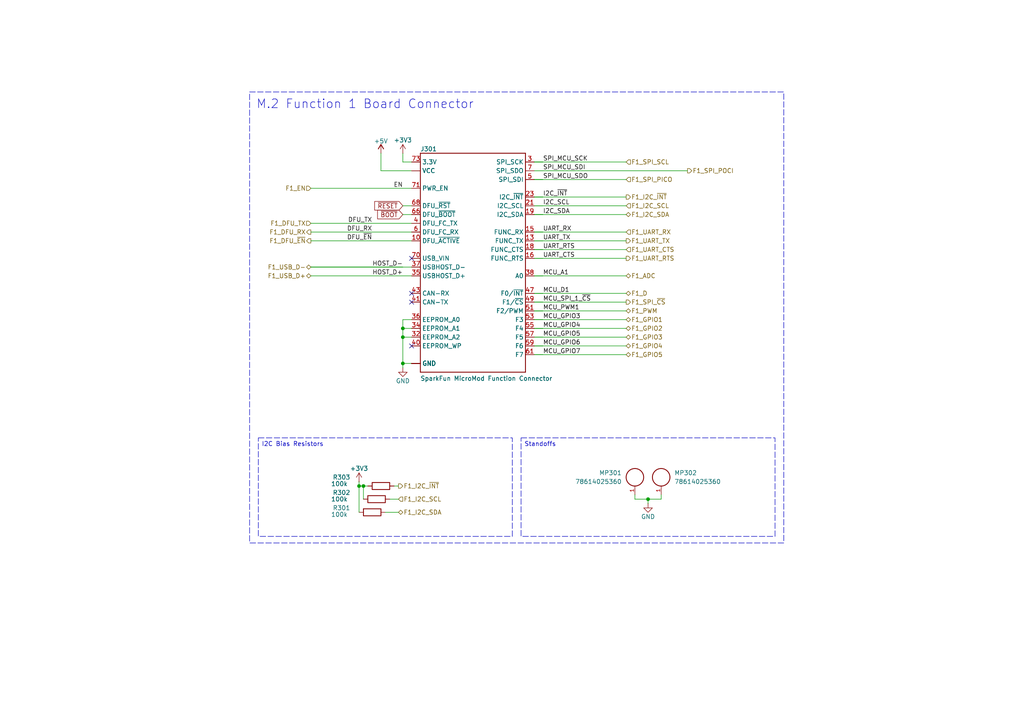
<source format=kicad_sch>
(kicad_sch (version 20231120) (generator "eeschema") (generator_version "8.0")
  (paper "A4")
  (title_block (title "bac MCU MicroMod Main Board Dual Function Single bacBus v1") (date "2025-02-12") (rev "1") (company "Build a CubeSat") (comment 1 "Manuel Imboden") (comment 2 "CC BY-SA 4.0") (comment 3 "https://buildacubesat.space"))
  (lib_symbols
    (symbol "Device:R" (pin_numbers hide) (pin_names (offset 0))
      (property "Reference" "R" (at 2.032 0 90))
      (property "Value" "R" (at 0 0 90))
      (symbol "R_0_1"
        (rectangle (start -1.016 -2.54) (end 1.016 2.54) (stroke (width 0.254)))
      )
      (symbol "R_1_1"
        (pin passive line (at 0 3.81 270) (length 1.27) (name "~") (number "1"))
        (pin passive line (at 0 -3.81 90) (length 1.27) (name "~") (number "2"))
      )
    )
    (symbol "SparkFun_Main_Board_Double_v22-eagle-import:VCC" (power)
      (symbol "VCC_1_0"
        (polyline (pts (xy 0 2.54) (xy -0.762 1.27)) (stroke (width 0.254)))
        (polyline (pts (xy 0.762 1.27) (xy 0 2.54)) (stroke (width 0.254)))
        (pin power_in line (at 0 0 90) (length 2.54) (name "VCC") (number "1"))
      )
    )
    (symbol "bac MicroMod Main Board v1:SparkFun MicroMod Function Connector"
      (symbol "SparkFun MicroMod Function Connector_1_0"
        (polyline (pts (xy -15.24 -35.56) (xy -15.24 27.94)) (stroke (width 0.254)))
        (polyline (pts (xy -15.24 27.94) (xy 15.24 27.94)) (stroke (width 0.254)))
        (polyline (pts (xy 15.24 -35.56) (xy -15.24 -35.56)) (stroke (width 0.254)))
        (polyline (pts (xy 15.24 27.94) (xy 15.24 -35.56)) (stroke (width 0.254)))
        (pin bidirectional line (at -17.78 -33.02 0) (length 2.54) (name "GND") (number "1"))
        (pin bidirectional line (at -17.78 2.54 0) (length 2.54) (name "DFU_~{ACTIVE}") (number "10"))
        (pin bidirectional line (at 17.78 2.54 180) (length 2.54) (name "FUNC_TX") (number "13"))
        (pin bidirectional line (at 17.78 5.08 180) (length 2.54) (name "FUNC_RX") (number "15"))
        (pin bidirectional line (at 17.78 -2.54 180) (length 2.54) (name "FUNC_RTS") (number "16"))
        (pin bidirectional line (at 17.78 0 180) (length 2.54) (name "FUNC_CTS") (number "18"))
        (pin bidirectional line (at 17.78 10.16 180) (length 2.54) (name "I2C_SDA") (number "19"))
        (pin bidirectional line (at -17.78 -33.02 0) (length 2.54) (name "GND") (number "2"))
        (pin bidirectional line (at 17.78 12.7 180) (length 2.54) (name "I2C_SCL") (number "21"))
        (pin bidirectional line (at 17.78 15.24 180) (length 2.54) (name "I2C_~{INT}") (number "23"))
        (pin bidirectional line (at 17.78 25.4 180) (length 2.54) (name "SPI_SCK") (number "3"))
        (pin bidirectional line (at -17.78 -25.4 0) (length 2.54) (name "EEPROM_A2") (number "32"))
        (pin bidirectional line (at -17.78 -33.02 0) (length 2.54) (name "GND") (number "33"))
        (pin bidirectional line (at -17.78 -22.86 0) (length 2.54) (name "EEPROM_A1") (number "34"))
        (pin bidirectional line (at -17.78 -7.62 0) (length 2.54) (name "USBHOST_D+") (number "35"))
        (pin bidirectional line (at -17.78 -20.32 0) (length 2.54) (name "EEPROM_A0") (number "36"))
        (pin bidirectional line (at -17.78 -5.08 0) (length 2.54) (name "USBHOST_D-") (number "37"))
        (pin bidirectional line (at 17.78 -7.62 180) (length 2.54) (name "A0") (number "38"))
        (pin bidirectional line (at -17.78 -33.02 0) (length 2.54) (name "GND") (number "39"))
        (pin bidirectional line (at -17.78 7.62 0) (length 2.54) (name "DFU_FC_TX") (number "4"))
        (pin bidirectional line (at -17.78 -27.94 0) (length 2.54) (name "EEPROM_WP") (number "40"))
        (pin bidirectional line (at -17.78 -15.24 0) (length 2.54) (name "CAN-TX") (number "41"))
        (pin bidirectional line (at -17.78 -12.7 0) (length 2.54) (name "CAN-RX") (number "43"))
        (pin bidirectional line (at -17.78 -33.02 0) (length 2.54) (name "GND") (number "45"))
        (pin bidirectional line (at 17.78 -12.7 180) (length 2.54) (name "F0/~{INT}") (number "47"))
        (pin bidirectional line (at 17.78 -15.24 180) (length 2.54) (name "F1/~{CS}") (number "49"))
        (pin bidirectional line (at 17.78 20.32 180) (length 2.54) (name "SPI_SDI") (number "5"))
        (pin bidirectional line (at 17.78 -17.78 180) (length 2.54) (name "F2/PWM") (number "51"))
        (pin bidirectional line (at 17.78 -20.32 180) (length 2.54) (name "F3") (number "53"))
        (pin bidirectional line (at 17.78 -22.86 180) (length 2.54) (name "F4") (number "55"))
        (pin bidirectional line (at 17.78 -25.4 180) (length 2.54) (name "F5") (number "57"))
        (pin bidirectional line (at 17.78 -27.94 180) (length 2.54) (name "F6") (number "59"))
        (pin bidirectional line (at -17.78 5.08 0) (length 2.54) (name "DFU_FC_RX") (number "6"))
        (pin bidirectional line (at 17.78 -30.48 180) (length 2.54) (name "F7") (number "61"))
        (pin bidirectional line (at -17.78 10.16 0) (length 2.54) (name "DFU_~{BOOT}") (number "66"))
        (pin bidirectional line (at -17.78 12.7 0) (length 2.54) (name "DFU_~{RST}") (number "68"))
        (pin bidirectional line (at 17.78 22.86 180) (length 2.54) (name "SPI_SDO") (number "7"))
        (pin bidirectional line (at -17.78 -2.54 0) (length 2.54) (name "USB_VIN") (number "70"))
        (pin bidirectional line (at -17.78 17.78 0) (length 2.54) (name "PWR_EN") (number "71"))
        (pin bidirectional line (at -17.78 22.86 0) (length 2.54) (name "VCC") (number "72"))
        (pin bidirectional line (at -17.78 25.4 0) (length 2.54) (name "3.3V") (number "73"))
        (pin bidirectional line (at -17.78 22.86 0) (length 2.54) (name "VCC") (number "74"))
        (pin bidirectional line (at -17.78 -33.02 0) (length 2.54) (name "GND") (number "75"))
        (pin bidirectional line (at -17.78 -33.02 0) (length 2.54) (name "GND") (number "8"))
      )
    )
    (symbol "bac MicroMod Main Board v1:WE 9774025243R" (pin_names (offset 1.016))
      (property "Reference" "MP" (at 0 3.556 0))
      (property "Value" "WE-9774025243R" (at -9.144 -4.826 0))
      (symbol "WE 9774025243R_0_0"
        (circle (center 0 0) (radius 2.54) (stroke (width 0.254)))
        (pin passive line (at -5.08 0 0) (length 2.54) (name "~") (number "1"))
      )
    )
    (symbol "power:+3.3V" (power) (pin_numbers hide) (pin_names (offset 0) hide)
      (property "Value" "+3.3V" (at 0 3.556 0))
      (symbol "+3.3V_0_1"
        (polyline (pts (xy -0.762 1.27) (xy 0 2.54)))
        (polyline (pts (xy 0 0) (xy 0 2.54)))
        (polyline (pts (xy 0 2.54) (xy 0.762 1.27)))
      )
      (symbol "+3.3V_1_1"
        (pin power_in line (at 0 0 90) (length 0) (name "~") (number "1"))
      )
    )
    (symbol "power:GND" (power) (pin_numbers hide) (pin_names (offset 0) hide)
      (property "Value" "GND" (at 0 -3.81 0))
      (symbol "GND_0_1"
        (polyline (pts (xy 0 0) (xy 0 -1.27) (xy 1.27 -1.27) (xy 0 -2.54) (xy -1.27 -1.27) (xy 0 -1.27)))
      )
      (symbol "GND_1_1"
        (pin power_in line (at 0 0 270) (length 0) (name "~") (number "1"))
      )
    )
  )
  (junction (at 116.84 97.79))
  (junction (at 116.84 95.25))
  (junction (at 116.84 105.41))
  (junction (at 105.41 140.97))
  (junction (at 104.14 140.97))
  (junction (at 187.96 144.78))
  (no_connect (at 119.38 85.09))
  (no_connect (at 119.38 100.33))
  (no_connect (at 119.38 74.93))
  (no_connect (at 119.38 87.63))
  (wire (pts (xy 184.15 143.51) (xy 184.15 144.78)))
  (wire (pts (xy 116.84 62.23) (xy 119.38 62.23)))
  (wire (pts (xy 191.77 143.51) (xy 191.77 144.78)))
  (wire (pts (xy 154.94 80.01) (xy 181.61 80.01)))
  (wire (pts (xy 184.15 144.78) (xy 187.96 144.78)))
  (wire (pts (xy 154.94 67.31) (xy 157.48 67.31)) (stroke (width 0.1524)))
  (wire (pts (xy 154.94 74.93) (xy 157.48 74.93)) (stroke (width 0.1524)))
  (wire (pts (xy 154.94 74.93) (xy 181.61 74.93)))
  (wire (pts (xy 90.17 64.77) (xy 119.38 64.77)) (stroke (width 0.1524)))
  (wire (pts (xy 154.94 62.23) (xy 181.61 62.23)))
  (wire (pts (xy 187.96 144.78) (xy 187.96 146.05)))
  (wire (pts (xy 119.38 54.61) (xy 116.84 54.61)) (stroke (width 0.1524)))
  (wire (pts (xy 115.57 140.97) (xy 114.3 140.97)))
  (wire (pts (xy 119.38 92.71) (xy 116.84 92.71)) (stroke (width 0.1524)))
  (wire (pts (xy 154.94 59.69) (xy 157.48 59.69)) (stroke (width 0.1524)))
  (wire (pts (xy 154.94 69.85) (xy 181.61 69.85)))
  (wire (pts (xy 154.94 97.79) (xy 157.48 97.79)) (stroke (width 0.1524)))
  (wire (pts (xy 119.38 46.99) (xy 116.84 46.99)) (stroke (width 0.1524)))
  (wire (pts (xy 154.94 95.25) (xy 157.48 95.25)) (stroke (width 0.1524)))
  (wire (pts (xy 104.14 140.97) (xy 104.14 148.59)))
  (wire (pts (xy 154.94 49.53) (xy 199.39 49.53)))
  (wire (pts (xy 154.94 92.71) (xy 181.61 92.71)))
  (wire (pts (xy 154.94 90.17) (xy 181.61 90.17)))
  (wire (pts (xy 154.94 46.99) (xy 157.48 46.99)) (stroke (width 0.1524)))
  (wire (pts (xy 105.41 140.97) (xy 106.68 140.97)))
  (wire (pts (xy 154.94 67.31) (xy 181.61 67.31)))
  (wire (pts (xy 154.94 102.87) (xy 157.48 102.87)) (stroke (width 0.1524)))
  (wire (pts (xy 116.84 59.69) (xy 119.38 59.69)))
  (wire (pts (xy 154.94 52.07) (xy 181.61 52.07)))
  (wire (pts (xy 154.94 85.09) (xy 157.48 85.09)) (stroke (width 0.1524)))
  (wire (pts (xy 90.17 77.47) (xy 116.84 77.47)))
  (wire (pts (xy 90.17 80.01) (xy 119.38 80.01)) (stroke (width 0.1524)))
  (wire (pts (xy 187.96 144.78) (xy 191.77 144.78)))
  (wire (pts (xy 115.57 144.78) (xy 113.03 144.78)))
  (wire (pts (xy 116.84 92.71) (xy 116.84 95.25)) (stroke (width 0.1524)))
  (wire (pts (xy 116.84 105.41) (xy 116.84 106.68)) (stroke (width 0.1524)))
  (wire (pts (xy 154.94 57.15) (xy 181.61 57.15)))
  (wire (pts (xy 154.94 100.33) (xy 181.61 100.33)))
  (wire (pts (xy 154.94 95.25) (xy 181.61 95.25)))
  (wire (pts (xy 119.38 49.53) (xy 110.49 49.53)) (stroke (width 0.1524)))
  (wire (pts (xy 154.94 72.39) (xy 181.61 72.39)))
  (wire (pts (xy 119.38 105.41) (xy 116.84 105.41)) (stroke (width 0.1524)))
  (wire (pts (xy 154.94 62.23) (xy 157.48 62.23)) (stroke (width 0.1524)))
  (wire (pts (xy 154.94 57.15) (xy 157.48 57.15)) (stroke (width 0.1524)))
  (wire (pts (xy 104.14 139.7) (xy 104.14 140.97)))
  (wire (pts (xy 90.17 54.61) (xy 116.84 54.61)))
  (wire (pts (xy 154.94 90.17) (xy 157.48 90.17)) (stroke (width 0.1524)))
  (wire (pts (xy 154.94 52.07) (xy 157.48 52.07)) (stroke (width 0.1524)))
  (wire (pts (xy 154.94 80.01) (xy 157.48 80.01)) (stroke (width 0.1524)))
  (wire (pts (xy 119.38 77.47) (xy 90.17 77.47)) (stroke (width 0.1524)))
  (wire (pts (xy 154.94 87.63) (xy 157.48 87.63)) (stroke (width 0.1524)))
  (wire (pts (xy 90.17 67.31) (xy 119.38 67.31)) (stroke (width 0.1524)))
  (wire (pts (xy 115.57 148.59) (xy 111.76 148.59)))
  (wire (pts (xy 154.94 102.87) (xy 181.61 102.87)))
  (wire (pts (xy 90.17 69.85) (xy 119.38 69.85)) (stroke (width 0.1524)))
  (wire (pts (xy 154.94 97.79) (xy 181.61 97.79)))
  (wire (pts (xy 154.94 49.53) (xy 157.48 49.53)) (stroke (width 0.1524)))
  (wire (pts (xy 105.41 140.97) (xy 105.41 144.78)))
  (wire (pts (xy 154.94 100.33) (xy 157.48 100.33)) (stroke (width 0.1524)))
  (wire (pts (xy 110.49 49.53) (xy 110.49 44.45)) (stroke (width 0.1524)))
  (wire (pts (xy 154.94 85.09) (xy 181.61 85.09)))
  (wire (pts (xy 154.94 69.85) (xy 157.48 69.85)) (stroke (width 0.1524)))
  (wire (pts (xy 154.94 72.39) (xy 157.48 72.39)) (stroke (width 0.1524)))
  (wire (pts (xy 154.94 87.63) (xy 181.61 87.63)))
  (wire (pts (xy 154.94 46.99) (xy 181.61 46.99)))
  (wire (pts (xy 154.94 59.69) (xy 181.61 59.69)))
  (wire (pts (xy 116.84 95.25) (xy 116.84 97.79)) (stroke (width 0.1524)))
  (wire (pts (xy 154.94 92.71) (xy 157.48 92.71)) (stroke (width 0.1524)))
  (wire (pts (xy 116.84 97.79) (xy 116.84 105.41)) (stroke (width 0.1524)))
  (wire (pts (xy 119.38 97.79) (xy 116.84 97.79)) (stroke (width 0.1524)))
  (wire (pts (xy 116.84 46.99) (xy 116.84 44.45)) (stroke (width 0.1524)))
  (wire (pts (xy 119.38 95.25) (xy 116.84 95.25)) (stroke (width 0.1524)))
  (wire (pts (xy 104.14 140.97) (xy 105.41 140.97)))
  (text_box "M.2 Function 1 Board Connector" (at 72.39 26.67 0) (size 154.94 130.81) (stroke (width 0) (type dash)) (effects (font (size 2.54 2.54)) (justify left top)))
  (text_box "Standoffs" (at 151.13 127 0) (size 73.66 28.575) (stroke (width 0) (type dash)) (effects (font (size 1.27 1.27)) (justify left top)))
  (text_box "I2C Bias Resistors" (at 74.93 127 0) (size 73.66 28.575) (stroke (width 0) (type dash)) (effects (font (size 1.27 1.27)) (justify left top)))
  (label "MCU_GPIO4" (at 157.48 95.25 0) (effects (font (thickness 0.1588))))
  (label "UART_RTS" (at 157.48 72.39 0))
  (label "MCU_GPIO6" (at 157.48 100.33 0) (effects (font (thickness 0.1588))))
  (label "SPI_MCU_SCK" (at 157.48 46.99 0))
  (label "MCU_SPI_1_~{CS}" (at 157.48 87.63 0) (effects (font (thickness 0.1588))))
  (label "I2C_SDA" (at 157.48 62.23 0))
  (label "UART_RX" (at 157.48 67.31 0))
  (label "HOST_D+" (at 116.84 80.01 180))
  (label "SPI_MCU_SDO" (at 157.48 52.07 0))
  (label "MCU_A1" (at 157.48 80.01 0))
  (label "HOST_D-" (at 116.84 77.47 180))
  (label "I2C_~{INT}" (at 157.48 57.15 0))
  (label "MCU_PWM1" (at 157.48 90.17 0) (effects (font (thickness 0.1588))))
  (label "EN" (at 116.84 54.61 180))
  (label "DFU_RX" (at 107.95 67.31 180))
  (label "SPI_MCU_SDI" (at 157.48 49.53 0))
  (label "UART_TX" (at 157.48 69.85 0))
  (label "MCU_GPIO5" (at 157.48 97.79 0) (effects (font (thickness 0.1588))))
  (label "UART_CTS" (at 157.48 74.93 0))
  (label "DFU_TX" (at 107.95 64.77 180))
  (label "MCU_D1" (at 157.48 85.09 0) (effects (font (thickness 0.1588))))
  (label "DFU_~{EN}" (at 107.95 69.85 180))
  (label "MCU_GPIO7" (at 157.48 102.87 0) (effects (font (thickness 0.1588))))
  (label "I2C_SCL" (at 157.48 59.69 0))
  (label "MCU_GPIO3" (at 157.48 92.71 0) (effects (font (thickness 0.1588))))
  (global_label "~{BOOT}" (shape input) (at 116.84 62.23 180) (property "Intersheetrefs" "${INTERSHEET_REFS}" (effects (hide yes))))
  (global_label "~{RESET}" (shape input) (at 116.84 59.69 180) (property "Intersheetrefs" "${INTERSHEET_REFS}" (effects (hide yes))))
  (hierarchical_label "F1_GPIO1" (shape bidirectional) (at 181.61 92.71 0))
  (hierarchical_label "F1_UART_RX" (shape input) (at 181.61 67.31 0))
  (hierarchical_label "F1_GPIO4" (shape bidirectional) (at 181.61 100.33 0))
  (hierarchical_label "F1_GPIO3" (shape bidirectional) (at 181.61 97.79 0))
  (hierarchical_label "F1_I2C_SDA" (shape bidirectional) (at 181.61 62.23 0))
  (hierarchical_label "F1_D" (shape bidirectional) (at 181.61 85.09 0))
  (hierarchical_label "F1_SPI_PICO" (shape input) (at 181.61 52.07 0))
  (hierarchical_label "F1_I2C_SDA" (shape bidirectional) (at 115.57 148.59 0))
  (hierarchical_label "F1_PWM" (shape bidirectional) (at 181.61 90.17 0))
  (hierarchical_label "F1_USB_D+" (shape bidirectional) (at 90.17 80.01 180))
  (hierarchical_label "F1_UART_CTS" (shape input) (at 181.61 72.39 0))
  (hierarchical_label "F1_SPI_SCL" (shape input) (at 181.61 46.99 0))
  (hierarchical_label "F1_ADC" (shape bidirectional) (at 181.61 80.01 0))
  (hierarchical_label "F1_DFU_~{EN}" (shape output) (at 90.17 69.85 180))
  (hierarchical_label "F1_SPI_~{CS}" (shape output) (at 181.61 87.63 0))
  (hierarchical_label "F1_EN" (shape input) (at 90.17 54.61 180))
  (hierarchical_label "F1_DFU_TX" (shape input) (at 90.17 64.77 180))
  (hierarchical_label "F1_I2C_~{INT}" (shape output) (at 115.57 140.97 0))
  (hierarchical_label "F1_I2C_SCL" (shape input) (at 181.61 59.69 0))
  (hierarchical_label "F1_GPIO5" (shape bidirectional) (at 181.61 102.87 0))
  (hierarchical_label "F1_DFU_RX" (shape output) (at 90.17 67.31 180))
  (hierarchical_label "F1_I2C_~{INT}" (shape output) (at 181.61 57.15 0))
  (hierarchical_label "F1_SPI_POCI" (shape output) (at 199.39 49.53 0))
  (hierarchical_label "F1_UART_TX" (shape output) (at 181.61 69.85 0))
  (hierarchical_label "F1_USB_D-" (shape bidirectional) (at 90.17 77.47 180))
  (hierarchical_label "F1_I2C_SCL" (shape input) (at 115.57 144.78 0))
  (hierarchical_label "F1_GPIO2" (shape bidirectional) (at 181.61 95.25 0))
  (hierarchical_label "F1_UART_RTS" (shape output) (at 181.61 74.93 0))
  (symbol (lib_id "power:+3.3V") (at 116.84 44.45 0) (unit 1)
    (property "Reference" "#PWR0302" (effects (hide yes)))
    (property "Value" "+3V3" (at 116.84 40.64 0))
    (property "Description" "Power symbol creates a global label with name \"+3.3V\"" (effects (hide yes)))
  )
  (symbol (lib_id "bac MicroMod Main Board v1:WE 9774025243R") (at 184.15 138.43 270) (mirror x) (unit 1)
    (property "Reference" "MP301" (at 180.34 137.1599 90) (effects (justify right)))
    (property "Value" "78614025360" (at 180.34 139.6999 90) (effects (justify right)))
    (property "Footprint" "bac MicroMod Main Board v1:WE-9774025243R" (effects (hide yes)))
    (property "Datasheet" "https://www.we-online.com/components/products/datasheet/9774025243R.pdf" (effects (hide yes)))
    (property "Description" "Round Spacer Threaded M2.5 Steel 0.098\" (2.50mm)" (effects (hide yes)))
    (property "OD" "4.35mm" (effects (hide yes)))
    (property "ID" "2.8mm" (effects (hide yes)))
    (property "Height" "2.5mm" (effects (hide yes)))
    (property "Thread" "M3" (effects (hide yes)))
    (property "THREAD" "M2.5" (effects (hide yes)))
    (property "LENGTH" "2.5mm" (effects (hide yes)))
  )
  (symbol (lib_id "Device:R") (at 109.22 144.78 270) (mirror x) (unit 1)
    (property "Reference" "R302" (at 99.06 142.875 90))
    (property "Value" "100k" (at 98.425 144.78 90))
    (property "Footprint" "bac MicroMod Main Board v1:bac-R-0603-100k" (effects (hide yes)))
    (property "Description" "Resistor" (effects (hide yes)))
    (property "Series" "E96" (effects (hide yes)))
  )
  (symbol (lib_id "power:GND") (at 187.96 146.05 0) (unit 1)
    (property "Reference" "#PWR0304" (effects (hide yes)))
    (property "Value" "GND" (at 187.96 149.86 0))
    (property "Description" "Power symbol creates a global label with name \"GND\" , ground" (effects (hide yes)))
  )
  (symbol (lib_id "Device:R") (at 110.49 140.97 270) (mirror x) (unit 1)
    (property "Reference" "R303" (at 99.06 138.43 90))
    (property "Value" "100k" (at 98.425 140.335 90))
    (property "Footprint" "bac MicroMod Main Board v1:bac-R-0603-100k" (effects (hide yes)))
    (property "Description" "Resistor" (effects (hide yes)))
    (property "Series" "E96" (effects (hide yes)))
  )
  (symbol (lib_id "bac MicroMod Main Board v1:SparkFun MicroMod Function Connector") (at 137.16 72.39 0) (unit 1)
    (property "Reference" "J301" (at 121.92 43.942 0) (effects (justify left bottom)))
    (property "Value" "SparkFun MicroMod Function Connector" (at 121.92 110.49 0) (effects (justify left bottom)))
    (property "Footprint" "bac MicroMod Main Board v1:bac-M.2-Key-E-MicroMod-Function" (effects (hide yes)))
    (property "Description" "MicroMod Connector\n\nDescription: A card edge connector and mating PCB connector to allow various MicroMod Processor Boards to be coupled with various carrier boards of different capabilities. Based on the M.2 standard." (effects (hide yes)))
  )
  (symbol (lib_id "Device:R") (at 107.95 148.59 270) (mirror x) (unit 1)
    (property "Reference" "R301" (at 99.06 147.32 90))
    (property "Value" "100k" (at 98.425 149.225 90))
    (property "Footprint" "bac MicroMod Main Board v1:bac-R-0603-100k" (effects (hide yes)))
    (property "Description" "Resistor" (effects (hide yes)))
    (property "Series" "E96" (effects (hide yes)))
  )
  (symbol (lib_id "power:GND") (at 116.84 106.68 0) (unit 1)
    (property "Reference" "#PWR0303" (effects (hide yes)))
    (property "Value" "GND" (at 116.84 110.49 0))
    (property "Description" "Power symbol creates a global label with name \"GND\" , ground" (effects (hide yes)))
  )
  (symbol (lib_id "SparkFun_Main_Board_Double_v22-eagle-import:VCC") (at 110.49 44.45 0) (unit 1)
    (property "Reference" "#SUPPLY0301" (effects (hide yes)))
    (property "Value" "+5V" (at 110.49 41.656 0) (effects (justify bottom)))
  )
  (symbol (lib_id "bac MicroMod Main Board v1:WE 9774025243R") (at 191.77 138.43 90) (unit 1)
    (property "Reference" "MP302" (at 195.58 137.1599 90) (effects (justify right)))
    (property "Value" "78614025360" (at 195.58 139.6999 90) (effects (justify right)))
    (property "Footprint" "bac MicroMod Main Board v1:WE-9774025243R" (effects (hide yes)))
    (property "Datasheet" "https://www.we-online.com/components/products/datasheet/9774025243R.pdf" (effects (hide yes)))
    (property "Description" "Round Spacer Threaded M2.5 Steel 0.098\" (2.50mm)" (effects (hide yes)))
    (property "OD" "4.35mm" (effects (hide yes)))
    (property "ID" "2.8mm" (effects (hide yes)))
    (property "Height" "2.5mm" (effects (hide yes)))
    (property "Thread" "M3" (effects (hide yes)))
    (property "THREAD" "M2.5" (effects (hide yes)))
    (property "LENGTH" "2.5mm" (effects (hide yes)))
  )
  (symbol (lib_id "power:+3.3V") (at 104.14 139.7 0) (unit 1)
    (property "Reference" "#PWR0301" (effects (hide yes)))
    (property "Value" "+3V3" (at 104.14 135.89 0))
    (property "Description" "Power symbol creates a global label with name \"+3.3V\"" (effects (hide yes)))
  )
)
</source>
